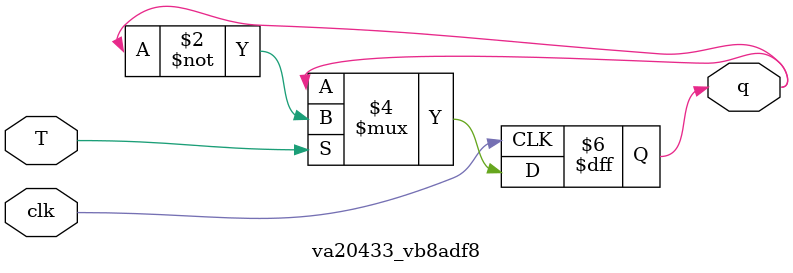
<source format=v>

`default_nettype none

module main #(
 parameter vb2b236 = 5999999,
 parameter v65278f = 1000
) (
 input ve7fa7d,
 input v3f3a2b,
 input vclk,
 output v1c7807,
 output v767756,
 output [0:6] vinit
);
 localparam p0 = v65278f;
 localparam p1 = vb2b236;
 wire [0:23] w2;
 wire w3;
 wire w4;
 wire w5;
 wire w6;
 wire w7;
 wire w8;
 wire w9;
 wire w10;
 wire w11;
 wire w12;
 wire w13;
 wire w14;
 assign w3 = v3f3a2b;
 assign w5 = ve7fa7d;
 assign v767756 = w7;
 assign v1c7807 = w11;
 assign w11 = v3f3a2b;
 assign w12 = vclk;
 assign w13 = vclk;
 assign w14 = vclk;
 assign w11 = w3;
 assign w13 = w12;
 assign w14 = w12;
 assign w14 = w13;
 v0e64bc #(
  .v207e0d(p0)
 ) vae384b (
  .v8337bc(w8),
  .v531e20(w12)
 );
 v7ebc90 vb8a25b (
  .v3ca442(w6),
  .vcbab45(w7),
  .v0e28cb(w8)
 );
 v9db9db vd7072c (
  .v594c44(w2),
  .ve37344(w9),
  .v6dda25(w13)
 );
 v4c802f #(
  .vc5c8ea(p1)
 ) vdb0ec7 (
  .v8513f7(w2)
 );
 ve9ceb2 v4f2155 (
  .v3ca442(w4),
  .v0e28cb(w5),
  .vcbab45(w6)
 );
 v7ebc90 v382147 (
  .v0e28cb(w3),
  .vcbab45(w4),
  .v3ca442(w10)
 );
 va20433 v6ba7e1 (
  .vf54559(w9),
  .ve8318d(w10),
  .va4102a(w14)
 );
 assign vinit = 7'b0000000;
endmodule

//---- Top entity
module v0e64bc #(
 parameter v207e0d = 1
) (
 input v531e20,
 output v8337bc
);
 localparam p2 = v207e0d;
 wire w0;
 wire w1;
 assign v8337bc = w0;
 assign w1 = v531e20;
 v0e64bc_v94c6d7 #(
  .HZ(p2)
 ) v94c6d7 (
  .clk_o(w0),
  .clk(w1)
 );
endmodule

//---------------------------------------------------
//-- Corazon_Hz
//-- - - - - - - - - - - - - - - - - - - - - - - - --
//-- Corazon genérico para bombear bits a la frecuencia fijada en Hz (por defecto 1Hz)
//---------------------------------------------------

module v0e64bc_v94c6d7 #(
 parameter HZ = 0
) (
 input clk,
 output clk_o
);
 
 //parameter HZ=1;
 
 //-- Constante para dividir y obtener una frecuencia de 1Hz
 localparam M = 12000000/HZ;
 
 //-- Calcular el numero de bits para almacenar M
 localparam N = $clog2(M);
 
 //-- Registro del divisor
 reg [N-1:0] divcounter;
 
 //-- Temporal clock
 reg clk_t = 0;
 
 //-- Se usa un contador modulo M/2 para luego
 //-- pasarlo por un biestable T y dividir la frecuencia
 //-- entre 2, para que el ciclo de trabajo sea del 50%
 always @(posedge clk)
     if (divcounter == M/2) begin
       clk_t <= 1;
       divcounter = 0;
     end 
     else begin
       divcounter <=  divcounter + 1;
       clk_t = 0;
     end 
   
 reg clk_o = 0;  
     
 //-- Biestable T para obtener ciclo de trabajo del 50%
 always @(posedge clk)
   if (clk_t)
     clk_o <= ~clk_o;
 
endmodule
//---- Top entity
module v7ebc90 (
 input v0e28cb,
 input v3ca442,
 output vcbab45
);
 wire w0;
 wire w1;
 wire w2;
 assign w0 = v0e28cb;
 assign w1 = v3ca442;
 assign vcbab45 = w2;
 v7ebc90_vf4938a vf4938a (
  .a(w0),
  .b(w1),
  .c(w2)
 );
endmodule

//---------------------------------------------------
//-- AND
//-- - - - - - - - - - - - - - - - - - - - - - - - --
//-- AND logic gate
//---------------------------------------------------

module v7ebc90_vf4938a (
 input a,
 input b,
 output c
);
 // AND logic gate
 
 assign c = a & b;
endmodule
//---- Top entity
module v9db9db (
 input v6dda25,
 input [23:0] v594c44,
 output [23:0] v44f1f1,
 output ve37344
);
 wire [0:23] w0;
 wire w1;
 wire [0:23] w2;
 wire [0:23] w3;
 wire w4;
 wire w5;
 assign w1 = v6dda25;
 assign v44f1f1 = w2;
 assign w3 = v594c44;
 assign ve37344 = w4;
 assign w2 = w0;
 assign w5 = w4;
 v97d607 v876063 (
  .v9e1c43(w0),
  .v6dda25(w1),
  .ve556f1(w5)
 );
 vd84ae0 v8c867b (
  .va89056(w0),
  .v06bdfb(w3),
  .v4642b6(w4)
 );
endmodule

//---------------------------------------------------
//-- syscounter-M-24bits
//-- - - - - - - - - - - - - - - - - - - - - - - - --
//-- syscounter-M-24-bits: 24-bits Module M Syscounter
//---------------------------------------------------
//---- Top entity
module v97d607 (
 input v6dda25,
 input ve556f1,
 output [23:0] v9e1c43,
 output ve37344
);
 wire w0;
 wire [0:23] w1;
 wire [0:23] w2;
 wire w3;
 wire [0:23] w4;
 wire w5;
 assign w0 = ve556f1;
 assign w3 = v6dda25;
 assign v9e1c43 = w4;
 assign ve37344 = w5;
 assign w4 = w1;
 v5495b5 v5e4c9c (
  .v782748(w0),
  .vb02eea(w1),
  .v15c6e6(w2),
  .v6dda25(w3)
 );
 v9c4559 v62e821 (
  .v005b83(w1),
  .v53d485(w2),
  .v4642b6(w5)
 );
endmodule

//---------------------------------------------------
//-- syscounter-rst-24bits
//-- - - - - - - - - - - - - - - - - - - - - - - - --
//-- 24-bits Syscounter with reset
//---------------------------------------------------
//---- Top entity
module v5495b5 (
 input v6dda25,
 input v782748,
 input [23:0] v15c6e6,
 output [23:0] vb02eea
);
 wire [0:23] w0;
 wire [0:23] w1;
 wire [0:7] w2;
 wire [0:7] w3;
 wire [0:7] w4;
 wire [0:7] w5;
 wire [0:7] w6;
 wire [0:7] w7;
 wire w8;
 wire w9;
 wire w10;
 wire w11;
 wire w12;
 wire w13;
 assign vb02eea = w0;
 assign w1 = v15c6e6;
 assign w8 = v6dda25;
 assign w9 = v6dda25;
 assign w10 = v6dda25;
 assign w11 = v782748;
 assign w12 = v782748;
 assign w13 = v782748;
 assign w9 = w8;
 assign w10 = w8;
 assign w10 = w9;
 assign w12 = w11;
 assign w13 = w11;
 assign w13 = w12;
 v6fef69 vad6f1d (
  .v9804b7(w1),
  .va2a3a1(w5),
  .v243fb2(w6),
  .vd83cb2(w7)
 );
 v33e50d vba7365 (
  .v6d326e(w0),
  .v77c6e9(w2),
  .vf7d213(w3),
  .vba04ee(w4)
 );
 vcf4344 v13ddeb (
  .vc1f0d2(w2),
  .vd85d4e(w5),
  .v6dda25(w10),
  .v782748(w13)
 );
 vcf4344 v08e1bd (
  .vc1f0d2(w3),
  .vd85d4e(w6),
  .v6dda25(w9),
  .v782748(w12)
 );
 vcf4344 v5c3b0f (
  .vc1f0d2(w4),
  .vd85d4e(w7),
  .v6dda25(w8),
  .v782748(w11)
 );
endmodule

//---------------------------------------------------
//-- DFF-rst-x24
//-- - - - - - - - - - - - - - - - - - - - - - - - --
//-- DFF-rst-x24: 24 D flip-flops in paralell with reset
//---------------------------------------------------
//---- Top entity
module v6fef69 (
 input [23:0] v9804b7,
 output [7:0] vd83cb2,
 output [7:0] v243fb2,
 output [7:0] va2a3a1
);
 wire [0:7] w0;
 wire [0:7] w1;
 wire [0:7] w2;
 wire [0:23] w3;
 assign v243fb2 = w0;
 assign vd83cb2 = w1;
 assign va2a3a1 = w2;
 assign w3 = v9804b7;
 v6fef69_v9a2a06 v9a2a06 (
  .o1(w0),
  .o2(w1),
  .o0(w2),
  .i(w3)
 );
endmodule

//---------------------------------------------------
//-- Bus24-Split-one-third
//-- - - - - - - - - - - - - - - - - - - - - - - - --
//-- Bus24-Split-one-third: Split the 24-bits bus into three buses of  the same size
//---------------------------------------------------

module v6fef69_v9a2a06 (
 input [23:0] i,
 output [7:0] o2,
 output [7:0] o1,
 output [7:0] o0
);
 assign o2 = i[23:16];
 assign o1 = i[15:8];
 assign o0 = i[7:0];
endmodule
//---- Top entity
module v33e50d (
 input [7:0] vba04ee,
 input [7:0] vf7d213,
 input [7:0] v77c6e9,
 output [23:0] v6d326e
);
 wire [0:23] w0;
 wire [0:7] w1;
 wire [0:7] w2;
 wire [0:7] w3;
 assign v6d326e = w0;
 assign w1 = vf7d213;
 assign w2 = v77c6e9;
 assign w3 = vba04ee;
 v33e50d_v9a2a06 v9a2a06 (
  .o(w0),
  .i1(w1),
  .i0(w2),
  .i2(w3)
 );
endmodule

//---------------------------------------------------
//-- Bus24-Join-one-third
//-- - - - - - - - - - - - - - - - - - - - - - - - --
//-- Bus24-Join-one-third: Join the three buses into an 24-bits Bus
//---------------------------------------------------

module v33e50d_v9a2a06 (
 input [7:0] i2,
 input [7:0] i1,
 input [7:0] i0,
 output [23:0] o
);
 assign o = {i2, i1, i0};
 
endmodule
//---- Top entity
module vcf4344 (
 input v6dda25,
 input v782748,
 input [7:0] vd85d4e,
 output [7:0] vc1f0d2
);
 wire [0:3] w0;
 wire [0:3] w1;
 wire [0:7] w2;
 wire [0:7] w3;
 wire [0:3] w4;
 wire [0:3] w5;
 wire w6;
 wire w7;
 wire w8;
 wire w9;
 assign w2 = vd85d4e;
 assign vc1f0d2 = w3;
 assign w6 = v6dda25;
 assign w7 = v6dda25;
 assign w8 = v782748;
 assign w9 = v782748;
 assign w7 = w6;
 assign w9 = w8;
 v5c75f6 vbdef88 (
  .v50034e(w0),
  .v4de61b(w1),
  .v6dda25(w7),
  .v782748(w9)
 );
 v6bdcd9 vc95779 (
  .v2cc41f(w1),
  .vcc8c7c(w2),
  .v651522(w4)
 );
 vafb28f v618315 (
  .v3c88fc(w0),
  .va9ac17(w3),
  .v515fe7(w5)
 );
 v5c75f6 v6188f9 (
  .v4de61b(w4),
  .v50034e(w5),
  .v6dda25(w6),
  .v782748(w8)
 );
endmodule

//---------------------------------------------------
//-- DFF-rst-x08
//-- - - - - - - - - - - - - - - - - - - - - - - - --
//-- DFF-rst-x08: Eight D flip-flops in paralell with reset
//---------------------------------------------------
//---- Top entity
module v5c75f6 (
 input v6dda25,
 input v782748,
 input [3:0] v4de61b,
 output [3:0] v50034e
);
 wire w0;
 wire w1;
 wire w2;
 wire w3;
 wire w4;
 wire w5;
 wire [0:3] w6;
 wire [0:3] w7;
 wire w8;
 wire w9;
 wire w10;
 wire w11;
 wire w12;
 wire w13;
 wire w14;
 wire w15;
 wire w16;
 wire w17;
 assign w6 = v4de61b;
 assign v50034e = w7;
 assign w10 = v6dda25;
 assign w11 = v6dda25;
 assign w12 = v6dda25;
 assign w13 = v6dda25;
 assign w14 = v782748;
 assign w15 = v782748;
 assign w16 = v782748;
 assign w17 = v782748;
 assign w11 = w10;
 assign w12 = w10;
 assign w12 = w11;
 assign w13 = w10;
 assign w13 = w11;
 assign w13 = w12;
 assign w15 = w14;
 assign w16 = w14;
 assign w16 = w15;
 assign w17 = w14;
 assign w17 = w15;
 assign w17 = w16;
 vc4f23a v4b1225 (
  .v3f8943(w2),
  .v64d863(w3),
  .vda577d(w4),
  .v985fcb(w6),
  .v4f1fd3(w8)
 );
 v84f0a1 v6491fd (
  .v03aaf0(w0),
  .vee8a83(w1),
  .vf8041d(w5),
  .v11bca5(w7),
  .vd84a57(w9)
 );
 v2be0f8 v10a04f (
  .v4642b6(w0),
  .vf354ee(w3),
  .vd53b77(w13),
  .v27dec4(w17)
 );
 v2be0f8 v7d9648 (
  .v4642b6(w1),
  .vf354ee(w2),
  .vd53b77(w12),
  .v27dec4(w16)
 );
 v2be0f8 v004b14 (
  .vf354ee(w4),
  .v4642b6(w5),
  .vd53b77(w11),
  .v27dec4(w15)
 );
 v2be0f8 v8aa818 (
  .vf354ee(w8),
  .v4642b6(w9),
  .vd53b77(w10),
  .v27dec4(w14)
 );
endmodule

//---------------------------------------------------
//-- DFF-rst-x04
//-- - - - - - - - - - - - - - - - - - - - - - - - --
//-- DFF-rst-x04: Three D flip-flops in paralell with reset
//---------------------------------------------------
//---- Top entity
module vc4f23a (
 input [3:0] v985fcb,
 output v4f1fd3,
 output vda577d,
 output v3f8943,
 output v64d863
);
 wire w0;
 wire w1;
 wire w2;
 wire w3;
 wire [0:3] w4;
 assign v3f8943 = w0;
 assign v64d863 = w1;
 assign vda577d = w2;
 assign v4f1fd3 = w3;
 assign w4 = v985fcb;
 vc4f23a_v9a2a06 v9a2a06 (
  .o1(w0),
  .o0(w1),
  .o2(w2),
  .o3(w3),
  .i(w4)
 );
endmodule

//---------------------------------------------------
//-- Bus4-Split-all
//-- - - - - - - - - - - - - - - - - - - - - - - - --
//-- Bus4-Split-all: Split the 4-bits bus into its wires
//---------------------------------------------------

module vc4f23a_v9a2a06 (
 input [3:0] i,
 output o3,
 output o2,
 output o1,
 output o0
);
 assign o3 = i[3];
 assign o2 = i[2];
 assign o1 = i[1];
 assign o0 = i[0];
endmodule
//---- Top entity
module v84f0a1 (
 input vd84a57,
 input vf8041d,
 input vee8a83,
 input v03aaf0,
 output [3:0] v11bca5
);
 wire w0;
 wire w1;
 wire w2;
 wire w3;
 wire [0:3] w4;
 assign w0 = vee8a83;
 assign w1 = v03aaf0;
 assign w2 = vf8041d;
 assign w3 = vd84a57;
 assign v11bca5 = w4;
 v84f0a1_v9a2a06 v9a2a06 (
  .i1(w0),
  .i0(w1),
  .i2(w2),
  .i3(w3),
  .o(w4)
 );
endmodule

//---------------------------------------------------
//-- Bus4-Join-all
//-- - - - - - - - - - - - - - - - - - - - - - - - --
//-- Bus4-Join-all: Join all the wires into a 4-bits Bus
//---------------------------------------------------

module v84f0a1_v9a2a06 (
 input i3,
 input i2,
 input i1,
 input i0,
 output [3:0] o
);
 assign o = {i3, i2, i1, i0};
 
endmodule
//---- Top entity
module v2be0f8 #(
 parameter vbd3217 = 0
) (
 input vd53b77,
 input v27dec4,
 input vf354ee,
 output v4642b6
);
 localparam p5 = vbd3217;
 wire w0;
 wire w1;
 wire w2;
 wire w3;
 wire w4;
 wire w6;
 assign w2 = v27dec4;
 assign w3 = vf354ee;
 assign v4642b6 = w4;
 assign w6 = vd53b77;
 v3676a0 v7539bf (
  .vcbab45(w1),
  .v0e28cb(w2)
 );
 vba518e vfe8158 (
  .vcbab45(w0),
  .v0e28cb(w1),
  .v3ca442(w3)
 );
 v053dc2 #(
  .v71e305(p5)
 ) vd104a4 (
  .vf54559(w0),
  .ve8318d(w4),
  .va4102a(w6)
 );
endmodule

//---------------------------------------------------
//-- DFF-rst-x01
//-- - - - - - - - - - - - - - - - - - - - - - - - --
//-- DFF-rst-x01: D Flip flop with reset input. When rst=1, the DFF is 0
//---------------------------------------------------
//---- Top entity
module v3676a0 (
 input v0e28cb,
 output vcbab45
);
 wire w0;
 wire w1;
 assign w0 = v0e28cb;
 assign vcbab45 = w1;
 v3676a0_vd54ca1 vd54ca1 (
  .a(w0),
  .q(w1)
 );
endmodule

//---------------------------------------------------
//-- NOT
//-- - - - - - - - - - - - - - - - - - - - - - - - --
//-- NOT gate (Verilog implementation)
//---------------------------------------------------

module v3676a0_vd54ca1 (
 input a,
 output q
);
 //-- NOT Gate
 assign q = ~a;
 
 
endmodule
//---- Top entity
module vba518e (
 input v0e28cb,
 input v3ca442,
 output vcbab45
);
 wire w0;
 wire w1;
 wire w2;
 assign w0 = v0e28cb;
 assign w1 = v3ca442;
 assign vcbab45 = w2;
 vba518e_vf4938a vf4938a (
  .a(w0),
  .b(w1),
  .c(w2)
 );
endmodule

//---------------------------------------------------
//-- AND2
//-- - - - - - - - - - - - - - - - - - - - - - - - --
//-- Two bits input And gate
//---------------------------------------------------

module vba518e_vf4938a (
 input a,
 input b,
 output c
);
 //-- AND gate
 //-- Verilog implementation
 
 assign c = a & b;
 
endmodule
//---- Top entity
module v053dc2 #(
 parameter v71e305 = 0
) (
 input va4102a,
 input vf54559,
 output ve8318d
);
 localparam p2 = v71e305;
 wire w0;
 wire w1;
 wire w3;
 assign w0 = va4102a;
 assign ve8318d = w1;
 assign w3 = vf54559;
 v053dc2_vb8adf8 #(
  .INI(p2)
 ) vb8adf8 (
  .clk(w0),
  .q(w1),
  .d(w3)
 );
endmodule

//---------------------------------------------------
//-- DFF
//-- - - - - - - - - - - - - - - - - - - - - - - - --
//-- D Flip-flop (verilog implementation)
//---------------------------------------------------

module v053dc2_vb8adf8 #(
 parameter INI = 0
) (
 input clk,
 input d,
 output q
);
 //-- Initial value
 reg q = INI;
 
 //-- Capture the input data  
 //-- on the rising edge of  
 //-- the system clock
 always @(posedge clk)
   q <= d;
endmodule
//---- Top entity
module v6bdcd9 (
 input [7:0] vcc8c7c,
 output [3:0] v651522,
 output [3:0] v2cc41f
);
 wire [0:3] w0;
 wire [0:3] w1;
 wire [0:7] w2;
 assign v651522 = w0;
 assign v2cc41f = w1;
 assign w2 = vcc8c7c;
 v6bdcd9_v9a2a06 v9a2a06 (
  .o1(w0),
  .o0(w1),
  .i(w2)
 );
endmodule

//---------------------------------------------------
//-- Bus8-Split-half
//-- - - - - - - - - - - - - - - - - - - - - - - - --
//-- Bus8-Split-half: Split the 8-bits bus into two buses of the same size
//---------------------------------------------------

module v6bdcd9_v9a2a06 (
 input [7:0] i,
 output [3:0] o1,
 output [3:0] o0
);
 assign o1 = i[7:4];
 assign o0 = i[3:0];
endmodule
//---- Top entity
module vafb28f (
 input [3:0] v515fe7,
 input [3:0] v3c88fc,
 output [7:0] va9ac17
);
 wire [0:7] w0;
 wire [0:3] w1;
 wire [0:3] w2;
 assign va9ac17 = w0;
 assign w1 = v515fe7;
 assign w2 = v3c88fc;
 vafb28f_v9a2a06 v9a2a06 (
  .o(w0),
  .i1(w1),
  .i0(w2)
 );
endmodule

//---------------------------------------------------
//-- Bus8-Join-half
//-- - - - - - - - - - - - - - - - - - - - - - - - --
//-- Bus8-Join-half: Join the two same halves into an 8-bits Bus
//---------------------------------------------------

module vafb28f_v9a2a06 (
 input [3:0] i1,
 input [3:0] i0,
 output [7:0] o
);
 assign o = {i1, i0};
 
endmodule
//---- Top entity
module v9c4559 #(
 parameter v6c5139 = 1
) (
 input [23:0] v005b83,
 output v4642b6,
 output [23:0] v53d485
);
 localparam p1 = v6c5139;
 wire w0;
 wire [0:23] w2;
 wire [0:23] w3;
 assign v4642b6 = w0;
 assign w2 = v005b83;
 assign v53d485 = w3;
 v44c099 #(
  .vd73390(p1)
 ) v8c0045 (
  .v4642b6(w0),
  .vd90f46(w2),
  .v8826c0(w3)
 );
endmodule

//---------------------------------------------------
//-- Inc1-24bits
//-- - - - - - - - - - - - - - - - - - - - - - - - --
//-- Inc1-24bit: Increment a 24-bits number by one
//---------------------------------------------------
//---- Top entity
module v44c099 #(
 parameter vd73390 = 0
) (
 input [23:0] vd90f46,
 output v4642b6,
 output [23:0] v8826c0
);
 localparam p1 = vd73390;
 wire w0;
 wire [0:23] w2;
 wire [0:23] w3;
 wire [0:23] w4;
 assign v4642b6 = w0;
 assign v8826c0 = w2;
 assign w3 = vd90f46;
 v4c802f #(
  .vc5c8ea(p1)
 ) ve78914 (
  .v8513f7(w4)
 );
 v91404d v19ed8b (
  .v4642b6(w0),
  .vb5c06c(w2),
  .v7959e8(w3),
  .vb5a2f2(w4)
 );
endmodule

//---------------------------------------------------
//-- AdderK-24bits
//-- - - - - - - - - - - - - - - - - - - - - - - - --
//-- AdderK-24bit: Adder of 24-bit operand and 24-bit constant
//---------------------------------------------------
//---- Top entity
module v4c802f #(
 parameter vc5c8ea = 0
) (
 output [23:0] v8513f7
);
 localparam p0 = vc5c8ea;
 wire [0:23] w1;
 assign v8513f7 = w1;
 v4c802f_v465065 #(
  .VALUE(p0)
 ) v465065 (
  .k(w1)
 );
endmodule

//---------------------------------------------------
//-- 24-bits-gen-constant
//-- - - - - - - - - - - - - - - - - - - - - - - - --
//-- Generic: 24-bits generic constant
//---------------------------------------------------

module v4c802f_v465065 #(
 parameter VALUE = 0
) (
 output [23:0] k
);
 assign k = VALUE;
endmodule
//---- Top entity
module v91404d (
 input [23:0] vb5a2f2,
 input [23:0] v7959e8,
 output v4642b6,
 output [23:0] vb5c06c
);
 wire w0;
 wire [0:7] w1;
 wire [0:7] w2;
 wire w3;
 wire w4;
 wire [0:15] w5;
 wire [0:23] w6;
 wire [0:15] w7;
 wire [0:23] w8;
 wire [0:15] w9;
 wire [0:7] w10;
 wire [0:23] w11;
 wire [0:7] w12;
 wire [0:7] w13;
 wire [0:7] w14;
 wire [0:7] w15;
 wire [0:7] w16;
 wire [0:7] w17;
 assign v4642b6 = w4;
 assign w6 = v7959e8;
 assign w8 = vb5a2f2;
 assign vb5c06c = w11;
 vcb23aa v8e0bba (
  .v4642b6(w0),
  .v62bf25(w2),
  .v39966a(w16),
  .veb2f59(w17)
 );
 vc3c498 v917bbf (
  .vb9cfc3(w0),
  .veeaa8e(w1),
  .v4642b6(w3),
  .v45c6ee(w14),
  .v20212e(w15)
 );
 v8cc49c v03c3e3 (
  .vb334ae(w1),
  .v2b8a97(w2),
  .v14a530(w5)
 );
 vab13f0 v43653c (
  .vb18564(w6),
  .vf0a06e(w7),
  .v5246f6(w17)
 );
 v306ca3 v177126 (
  .v91b9c1(w7),
  .vef5eee(w13),
  .vd3ef3b(w15)
 );
 vab13f0 vf15711 (
  .vb18564(w8),
  .vf0a06e(w9),
  .v5246f6(w16)
 );
 v306ca3 vf9ed57 (
  .v91b9c1(w9),
  .vef5eee(w12),
  .vd3ef3b(w14)
 );
 vc3c498 vf0db78 (
  .vb9cfc3(w3),
  .v4642b6(w4),
  .veeaa8e(w10),
  .v45c6ee(w12),
  .v20212e(w13)
 );
 va52e3b v67022b (
  .vbf8961(w5),
  .vf7d213(w10),
  .v6d326e(w11)
 );
endmodule

//---------------------------------------------------
//-- Adder-24bits
//-- - - - - - - - - - - - - - - - - - - - - - - - --
//-- Adder-24bits: Adder of two operands of 24 bits
//---------------------------------------------------
//---- Top entity
module vcb23aa (
 input [7:0] v39966a,
 input [7:0] veb2f59,
 output v4642b6,
 output [7:0] v62bf25
);
 wire [0:7] w0;
 wire [0:7] w1;
 wire [0:3] w2;
 wire [0:3] w3;
 wire [0:7] w4;
 wire w5;
 wire w6;
 wire [0:3] w7;
 wire [0:3] w8;
 wire [0:3] w9;
 wire [0:3] w10;
 assign w0 = veb2f59;
 assign w1 = v39966a;
 assign v62bf25 = w4;
 assign v4642b6 = w5;
 v6bdcd9 vd88c66 (
  .vcc8c7c(w0),
  .v651522(w9),
  .v2cc41f(w10)
 );
 v6bdcd9 v26a0bb (
  .vcc8c7c(w1),
  .v651522(w7),
  .v2cc41f(w8)
 );
 v25966b v9ea427 (
  .v817794(w3),
  .v4642b6(w6),
  .v0550b6(w8),
  .v24708e(w10)
 );
 vafb28f vc75346 (
  .v515fe7(w2),
  .v3c88fc(w3),
  .va9ac17(w4)
 );
 va1ce30 v40c17f (
  .v817794(w2),
  .v4642b6(w5),
  .vb9cfc3(w6),
  .v0550b6(w7),
  .v24708e(w9)
 );
endmodule

//---------------------------------------------------
//-- Adder-8bits
//-- - - - - - - - - - - - - - - - - - - - - - - - --
//-- Adder-8bits: Adder of two operands of 8 bits
//---------------------------------------------------
//---- Top entity
module v25966b (
 input [3:0] v0550b6,
 input [3:0] v24708e,
 output v4642b6,
 output [3:0] v817794
);
 wire w0;
 wire w1;
 wire w2;
 wire w3;
 wire w4;
 wire [0:3] w5;
 wire [0:3] w6;
 wire [0:3] w7;
 wire w8;
 wire w9;
 wire w10;
 wire w11;
 wire w12;
 wire w13;
 wire w14;
 wire w15;
 wire w16;
 wire w17;
 wire w18;
 assign w5 = v24708e;
 assign w6 = v0550b6;
 assign v817794 = w7;
 assign v4642b6 = w9;
 v1ea21d vdbe125 (
  .v4642b6(w0),
  .v8e8a67(w2),
  .v27dec4(w15),
  .v82de4f(w18)
 );
 vad119b vb8ad86 (
  .v0ef266(w0),
  .v8e8a67(w1),
  .v4642b6(w3),
  .v27dec4(w14),
  .v82de4f(w17)
 );
 vad119b v5d29b2 (
  .v0ef266(w3),
  .v8e8a67(w4),
  .v4642b6(w8),
  .v27dec4(w12),
  .v82de4f(w16)
 );
 vc4f23a vf4a6ff (
  .v985fcb(w5),
  .v4f1fd3(w13),
  .vda577d(w16),
  .v3f8943(w17),
  .v64d863(w18)
 );
 vc4f23a v9d4632 (
  .v985fcb(w6),
  .v4f1fd3(w11),
  .vda577d(w12),
  .v3f8943(w14),
  .v64d863(w15)
 );
 v84f0a1 v140dbf (
  .vee8a83(w1),
  .v03aaf0(w2),
  .vf8041d(w4),
  .v11bca5(w7),
  .vd84a57(w10)
 );
 vad119b v5c5937 (
  .v0ef266(w8),
  .v4642b6(w9),
  .v8e8a67(w10),
  .v27dec4(w11),
  .v82de4f(w13)
 );
endmodule

//---------------------------------------------------
//-- Adder-4bits
//-- - - - - - - - - - - - - - - - - - - - - - - - --
//-- Adder-4bits: Adder of two operands of 4 bits
//---------------------------------------------------
//---- Top entity
module v1ea21d (
 input v27dec4,
 input v82de4f,
 output v4642b6,
 output v8e8a67
);
 wire w0;
 wire w1;
 wire w2;
 wire w3;
 wire w4;
 assign w0 = v82de4f;
 assign w1 = v27dec4;
 assign v4642b6 = w3;
 assign v8e8a67 = w4;
 vad119b vb820a1 (
  .v82de4f(w0),
  .v27dec4(w1),
  .v0ef266(w2),
  .v4642b6(w3),
  .v8e8a67(w4)
 );
 vd30ca9 v23ebb6 (
  .v9fb85f(w2)
 );
endmodule

//---------------------------------------------------
//-- Adder-1bit
//-- - - - - - - - - - - - - - - - - - - - - - - - --
//-- Adder-1bit: Adder of two operands of 1 bit
//---------------------------------------------------
//---- Top entity
module vad119b (
 input v27dec4,
 input v82de4f,
 input v0ef266,
 output v4642b6,
 output v8e8a67
);
 wire w0;
 wire w1;
 wire w2;
 wire w3;
 wire w4;
 wire w5;
 wire w6;
 wire w7;
 wire w8;
 wire w9;
 wire w10;
 wire w11;
 assign v8e8a67 = w1;
 assign v4642b6 = w5;
 assign w6 = v27dec4;
 assign w7 = v27dec4;
 assign w8 = v82de4f;
 assign w9 = v82de4f;
 assign w10 = v0ef266;
 assign w11 = v0ef266;
 assign w2 = w0;
 assign w7 = w6;
 assign w9 = w8;
 assign w11 = w10;
 vd12401 v2e3d9f (
  .vcbab45(w0),
  .v0e28cb(w7),
  .v3ca442(w9)
 );
 vd12401 vb50462 (
  .v0e28cb(w0),
  .vcbab45(w1),
  .v3ca442(w11)
 );
 vba518e v4882f4 (
  .v3ca442(w2),
  .vcbab45(w3),
  .v0e28cb(w10)
 );
 vba518e v8fcf41 (
  .vcbab45(w4),
  .v0e28cb(w6),
  .v3ca442(w8)
 );
 v873425 vc5b8b9 (
  .v3ca442(w3),
  .v0e28cb(w4),
  .vcbab45(w5)
 );
endmodule

//---------------------------------------------------
//-- AdderC-1bit
//-- - - - - - - - - - - - - - - - - - - - - - - - --
//-- AdderC-1bit: Adder of two operands of 1 bit plus the carry in
//---------------------------------------------------
//---- Top entity
module vd12401 (
 input v0e28cb,
 input v3ca442,
 output vcbab45
);
 wire w0;
 wire w1;
 wire w2;
 assign w0 = v0e28cb;
 assign w1 = v3ca442;
 assign vcbab45 = w2;
 vd12401_vf4938a vf4938a (
  .a(w0),
  .b(w1),
  .c(w2)
 );
endmodule

//---------------------------------------------------
//-- XOR2
//-- - - - - - - - - - - - - - - - - - - - - - - - --
//-- XOR gate: two bits input xor gate
//---------------------------------------------------

module vd12401_vf4938a (
 input a,
 input b,
 output c
);
 //-- XOR gate
 //-- Verilog implementation
 
 assign c = a ^ b;
 
endmodule
//---- Top entity
module v873425 (
 input v0e28cb,
 input v3ca442,
 output vcbab45
);
 wire w0;
 wire w1;
 wire w2;
 assign w0 = v0e28cb;
 assign w1 = v3ca442;
 assign vcbab45 = w2;
 v873425_vf4938a vf4938a (
  .a(w0),
  .b(w1),
  .c(w2)
 );
endmodule

//---------------------------------------------------
//-- OR2
//-- - - - - - - - - - - - - - - - - - - - - - - - --
//-- OR2: Two bits input OR gate
//---------------------------------------------------

module v873425_vf4938a (
 input a,
 input b,
 output c
);
 //-- OR Gate
 //-- Verilog implementation
 
 assign c = a | b;
 
 
endmodule
//---- Top entity
module vd30ca9 (
 output v9fb85f
);
 wire w0;
 assign v9fb85f = w0;
 vd30ca9_vb2eccd vb2eccd (
  .q(w0)
 );
endmodule

//---------------------------------------------------
//-- bit-0
//-- - - - - - - - - - - - - - - - - - - - - - - - --
//-- Constant bit 0
//---------------------------------------------------

module vd30ca9_vb2eccd (
 output q
);
 //-- Constant bit-0
 assign q = 1'b0;
 
 
endmodule
//---- Top entity
module va1ce30 (
 input [3:0] v0550b6,
 input [3:0] v24708e,
 input vb9cfc3,
 output v4642b6,
 output [3:0] v817794
);
 wire w0;
 wire w1;
 wire w2;
 wire w3;
 wire w4;
 wire [0:3] w5;
 wire [0:3] w6;
 wire [0:3] w7;
 wire w8;
 wire w9;
 wire w10;
 wire w11;
 wire w12;
 wire w13;
 wire w14;
 wire w15;
 wire w16;
 wire w17;
 wire w18;
 wire w19;
 assign w5 = v24708e;
 assign w6 = v0550b6;
 assign v817794 = w7;
 assign v4642b6 = w9;
 assign w11 = vb9cfc3;
 vad119b vb8ad86 (
  .v0ef266(w0),
  .v8e8a67(w1),
  .v4642b6(w3),
  .v27dec4(w15),
  .v82de4f(w18)
 );
 vad119b v5d29b2 (
  .v0ef266(w3),
  .v8e8a67(w4),
  .v4642b6(w8),
  .v27dec4(w13),
  .v82de4f(w17)
 );
 vc4f23a vf4a6ff (
  .v985fcb(w5),
  .v4f1fd3(w14),
  .vda577d(w17),
  .v3f8943(w18),
  .v64d863(w19)
 );
 vc4f23a v9d4632 (
  .v985fcb(w6),
  .v4f1fd3(w12),
  .vda577d(w13),
  .v3f8943(w15),
  .v64d863(w16)
 );
 v84f0a1 v140dbf (
  .vee8a83(w1),
  .v03aaf0(w2),
  .vf8041d(w4),
  .v11bca5(w7),
  .vd84a57(w10)
 );
 vad119b v5c5937 (
  .v0ef266(w8),
  .v4642b6(w9),
  .v8e8a67(w10),
  .v27dec4(w12),
  .v82de4f(w14)
 );
 vad119b v3599be (
  .v4642b6(w0),
  .v8e8a67(w2),
  .v0ef266(w11),
  .v27dec4(w16),
  .v82de4f(w19)
 );
endmodule

//---------------------------------------------------
//-- AdderC-4bits
//-- - - - - - - - - - - - - - - - - - - - - - - - --
//-- AdderC-4bits: Adder of two operands of 4 bits and Carry in
//---------------------------------------------------
//---- Top entity
module vc3c498 (
 input [7:0] v45c6ee,
 input [7:0] v20212e,
 input vb9cfc3,
 output v4642b6,
 output [7:0] veeaa8e
);
 wire w0;
 wire w1;
 wire [0:7] w2;
 wire [0:7] w3;
 wire [0:7] w4;
 wire [0:3] w5;
 wire [0:3] w6;
 wire w7;
 wire [0:3] w8;
 wire [0:3] w9;
 wire [0:3] w10;
 wire [0:3] w11;
 assign w1 = vb9cfc3;
 assign w2 = v45c6ee;
 assign w3 = v20212e;
 assign veeaa8e = w4;
 assign v4642b6 = w7;
 v6bdcd9 v8d795a (
  .vcc8c7c(w3),
  .v651522(w10),
  .v2cc41f(w11)
 );
 v6bdcd9 v23dbc5 (
  .vcc8c7c(w2),
  .v651522(w8),
  .v2cc41f(w9)
 );
 vafb28f vef3a58 (
  .va9ac17(w4),
  .v3c88fc(w5),
  .v515fe7(w6)
 );
 va1ce30 v0ff71a (
  .v4642b6(w0),
  .vb9cfc3(w1),
  .v817794(w5),
  .v0550b6(w9),
  .v24708e(w11)
 );
 va1ce30 v12f94f (
  .vb9cfc3(w0),
  .v817794(w6),
  .v4642b6(w7),
  .v0550b6(w8),
  .v24708e(w10)
 );
endmodule

//---------------------------------------------------
//-- AdderC-8bits
//-- - - - - - - - - - - - - - - - - - - - - - - - --
//-- AdderC-8bits: Adder of two operands of 8 bits and Carry in
//---------------------------------------------------
//---- Top entity
module v8cc49c (
 input [7:0] vb334ae,
 input [7:0] v2b8a97,
 output [15:0] v14a530
);
 wire [0:15] w0;
 wire [0:7] w1;
 wire [0:7] w2;
 assign v14a530 = w0;
 assign w1 = v2b8a97;
 assign w2 = vb334ae;
 v8cc49c_v9a2a06 v9a2a06 (
  .o(w0),
  .i0(w1),
  .i1(w2)
 );
endmodule

//---------------------------------------------------
//-- Bus16-Join-half
//-- - - - - - - - - - - - - - - - - - - - - - - - --
//-- Bus16-Join-half: Join the two same halves into an 16-bits Bus
//---------------------------------------------------

module v8cc49c_v9a2a06 (
 input [7:0] i1,
 input [7:0] i0,
 output [15:0] o
);
 assign o = {i1, i0};
 
endmodule
//---- Top entity
module vab13f0 (
 input [23:0] vb18564,
 output [15:0] vf0a06e,
 output [7:0] v5246f6
);
 wire [0:23] w0;
 wire [0:15] w1;
 wire [0:7] w2;
 assign w0 = vb18564;
 assign vf0a06e = w1;
 assign v5246f6 = w2;
 vab13f0_v9a2a06 v9a2a06 (
  .i(w0),
  .o1(w1),
  .o0(w2)
 );
endmodule

//---------------------------------------------------
//-- Bus24-Split-16-8
//-- - - - - - - - - - - - - - - - - - - - - - - - --
//-- Bus24-Split-16-8: Split the 24-bits bus into two buses of 16 and 8 wires
//---------------------------------------------------

module vab13f0_v9a2a06 (
 input [23:0] i,
 output [15:0] o1,
 output [7:0] o0
);
 assign o1 = i[23:8];
 assign o0 = i[7:0];
endmodule
//---- Top entity
module v306ca3 (
 input [15:0] v91b9c1,
 output [7:0] vef5eee,
 output [7:0] vd3ef3b
);
 wire [0:15] w0;
 wire [0:7] w1;
 wire [0:7] w2;
 assign w0 = v91b9c1;
 assign vef5eee = w1;
 assign vd3ef3b = w2;
 v306ca3_v9a2a06 v9a2a06 (
  .i(w0),
  .o1(w1),
  .o0(w2)
 );
endmodule

//---------------------------------------------------
//-- Bus16-Split-half
//-- - - - - - - - - - - - - - - - - - - - - - - - --
//-- Bus16-Split-half: Split the 16-bits bus into two buses of the same size
//---------------------------------------------------

module v306ca3_v9a2a06 (
 input [15:0] i,
 output [7:0] o1,
 output [7:0] o0
);
 assign o1 = i[15:8];
 assign o0 = i[7:0];
endmodule
//---- Top entity
module va52e3b (
 input [7:0] vf7d213,
 input [15:0] vbf8961,
 output [23:0] v6d326e
);
 wire [0:15] w0;
 wire [0:23] w1;
 wire [0:7] w2;
 assign w0 = vbf8961;
 assign v6d326e = w1;
 assign w2 = vf7d213;
 va52e3b_v9a2a06 v9a2a06 (
  .i0(w0),
  .o(w1),
  .i1(w2)
 );
endmodule

//---------------------------------------------------
//-- Bus24-Join-8-16 CLONE
//-- - - - - - - - - - - - - - - - - - - - - - - - --
//-- Bus24-Join-8-16: Join the two buses into an 24-bits Bus
//---------------------------------------------------

module va52e3b_v9a2a06 (
 input [7:0] i1,
 input [15:0] i0,
 output [23:0] o
);
 assign o = {i1, i0};
 
endmodule
//---- Top entity
module vd84ae0 (
 input [23:0] v06bdfb,
 input [23:0] va89056,
 output v4642b6
);
 wire w0;
 wire w1;
 wire w2;
 wire w3;
 wire [0:23] w4;
 wire [0:23] w5;
 wire [0:7] w6;
 wire [0:7] w7;
 wire [0:7] w8;
 wire [0:7] w9;
 wire [0:7] w10;
 wire [0:7] w11;
 assign v4642b6 = w0;
 assign w4 = v06bdfb;
 assign w5 = va89056;
 vb2762a vb6832a (
  .v4642b6(w1),
  .v715730(w8),
  .vf191e6(w11)
 );
 vb2762a v302658 (
  .v4642b6(w2),
  .v715730(w7),
  .vf191e6(w10)
 );
 vae245c v9196c7 (
  .vcbab45(w0),
  .v3ca442(w1),
  .v0e28cb(w2),
  .v033bf6(w3)
 );
 v6fef69 vb1e577 (
  .v9804b7(w5),
  .vd83cb2(w9),
  .v243fb2(w10),
  .va2a3a1(w11)
 );
 v6fef69 v62b64f (
  .v9804b7(w4),
  .vd83cb2(w6),
  .v243fb2(w7),
  .va2a3a1(w8)
 );
 vb2762a v9a65c6 (
  .v4642b6(w3),
  .v715730(w6),
  .vf191e6(w9)
 );
endmodule

//---------------------------------------------------
//-- comp2-24bits
//-- - - - - - - - - - - - - - - - - - - - - - - - --
//-- Comp2-24bit: Comparator of two 24-bit numbers
//---------------------------------------------------
//---- Top entity
module vb2762a (
 input [7:0] v715730,
 input [7:0] vf191e6,
 output v4642b6
);
 wire w0;
 wire w1;
 wire w2;
 wire [0:7] w3;
 wire [0:7] w4;
 wire [0:3] w5;
 wire [0:3] w6;
 wire [0:3] w7;
 wire [0:3] w8;
 assign v4642b6 = w0;
 assign w3 = v715730;
 assign w4 = vf191e6;
 v438230 v577a36 (
  .v4642b6(w2),
  .v693354(w6),
  .v5369cd(w8)
 );
 vba518e v707c6e (
  .vcbab45(w0),
  .v0e28cb(w1),
  .v3ca442(w2)
 );
 v6bdcd9 v921a9f (
  .vcc8c7c(w4),
  .v651522(w7),
  .v2cc41f(w8)
 );
 v6bdcd9 v8cfa4d (
  .vcc8c7c(w3),
  .v651522(w5),
  .v2cc41f(w6)
 );
 v438230 vfc1765 (
  .v4642b6(w1),
  .v693354(w5),
  .v5369cd(w7)
 );
endmodule

//---------------------------------------------------
//-- comp2-8bits
//-- - - - - - - - - - - - - - - - - - - - - - - - --
//-- Comp2-8bit: Comparator of two 8-bit numbers
//---------------------------------------------------
//---- Top entity
module v438230 (
 input [3:0] v693354,
 input [3:0] v5369cd,
 output v4642b6
);
 wire w0;
 wire [0:3] w1;
 wire [0:3] w2;
 wire w3;
 wire w4;
 wire w5;
 wire w6;
 wire w7;
 wire w8;
 wire w9;
 wire w10;
 wire w11;
 wire w12;
 wire w13;
 wire w14;
 assign v4642b6 = w0;
 assign w1 = v693354;
 assign w2 = v5369cd;
 v23b15b v09a5a5 (
  .v4642b6(w3),
  .v27dec4(w12),
  .v6848e9(w14)
 );
 v23b15b vc1b29d (
  .v4642b6(w4),
  .v27dec4(w11),
  .v6848e9(w13)
 );
 v23b15b vcd27ce (
  .v4642b6(w5),
  .v27dec4(w9),
  .v6848e9(w10)
 );
 vc4f23a vea9c80 (
  .v985fcb(w1),
  .v4f1fd3(w7),
  .vda577d(w9),
  .v3f8943(w11),
  .v64d863(w12)
 );
 vc4f23a va7dcdc (
  .v985fcb(w2),
  .v4f1fd3(w8),
  .vda577d(w10),
  .v3f8943(w13),
  .v64d863(w14)
 );
 v23b15b va0849c (
  .v4642b6(w6),
  .v27dec4(w7),
  .v6848e9(w8)
 );
 veffd42 v6e3e65 (
  .vcbab45(w0),
  .v3ca442(w3),
  .v0e28cb(w4),
  .v033bf6(w5),
  .v9eb652(w6)
 );
endmodule

//---------------------------------------------------
//-- comp2-4bits
//-- - - - - - - - - - - - - - - - - - - - - - - - --
//-- Comp2-4bit: Comparator of two 4-bit numbers
//---------------------------------------------------
//---- Top entity
module v23b15b (
 input v27dec4,
 input v6848e9,
 output v4642b6
);
 wire w0;
 wire w1;
 wire w2;
 wire w3;
 assign w1 = v27dec4;
 assign v4642b6 = w2;
 assign w3 = v6848e9;
 vd12401 v955b2b (
  .vcbab45(w0),
  .v0e28cb(w1),
  .v3ca442(w3)
 );
 v3676a0 vf92936 (
  .v0e28cb(w0),
  .vcbab45(w2)
 );
endmodule

//---------------------------------------------------
//-- comp2-1bit
//-- - - - - - - - - - - - - - - - - - - - - - - - --
//-- Comp2-1bit: Comparator of two 1-bit numbers
//---------------------------------------------------
//---- Top entity
module veffd42 (
 input v9eb652,
 input v033bf6,
 input v0e28cb,
 input v3ca442,
 output vcbab45
);
 wire w0;
 wire w1;
 wire w2;
 wire w3;
 wire w4;
 wire w5;
 wire w6;
 assign w0 = v3ca442;
 assign w1 = v9eb652;
 assign w2 = v033bf6;
 assign w3 = v0e28cb;
 assign vcbab45 = w4;
 vba518e vf3ef0f (
  .v3ca442(w0),
  .v0e28cb(w3),
  .vcbab45(w6)
 );
 vba518e vdcc53d (
  .v0e28cb(w1),
  .v3ca442(w2),
  .vcbab45(w5)
 );
 vba518e v17ac22 (
  .vcbab45(w4),
  .v0e28cb(w5),
  .v3ca442(w6)
 );
endmodule

//---------------------------------------------------
//-- AND4
//-- - - - - - - - - - - - - - - - - - - - - - - - --
//-- Three bits input And gate
//---------------------------------------------------
//---- Top entity
module vae245c (
 input v033bf6,
 input v0e28cb,
 input v3ca442,
 output vcbab45
);
 wire w0;
 wire w1;
 wire w2;
 wire w3;
 wire w4;
 assign w0 = v033bf6;
 assign w1 = v0e28cb;
 assign w2 = v3ca442;
 assign vcbab45 = w4;
 vba518e v19b5b0 (
  .v0e28cb(w0),
  .v3ca442(w1),
  .vcbab45(w3)
 );
 vba518e vf3ef0f (
  .v3ca442(w2),
  .v0e28cb(w3),
  .vcbab45(w4)
 );
endmodule

//---------------------------------------------------
//-- AND3
//-- - - - - - - - - - - - - - - - - - - - - - - - --
//-- Three bits input And gate
//---------------------------------------------------
//---- Top entity
module ve9ceb2 (
 input v0e28cb,
 input v3ca442,
 output vcbab45
);
 wire w0;
 wire w1;
 wire w2;
 assign w0 = v0e28cb;
 assign w1 = v3ca442;
 assign vcbab45 = w2;
 ve9ceb2_vf4938a vf4938a (
  .a(w0),
  .b(w1),
  .c(w2)
 );
endmodule

//---------------------------------------------------
//-- XOR
//-- - - - - - - - - - - - - - - - - - - - - - - - --
//-- XOR logic gate
//---------------------------------------------------

module ve9ceb2_vf4938a (
 input a,
 input b,
 output c
);
 // XOR logic gate
 
 assign c = a ^ b;
endmodule
//---- Top entity
module va20433 #(
 parameter v71e305 = 0
) (
 input va4102a,
 input vf54559,
 output ve8318d
);
 localparam p3 = v71e305;
 wire w0;
 wire w1;
 wire w2;
 assign w0 = va4102a;
 assign w1 = vf54559;
 assign ve8318d = w2;
 va20433_vb8adf8 #(
  .INI(p3)
 ) vb8adf8 (
  .clk(w0),
  .T(w1),
  .q(w2)
 );
endmodule

//---------------------------------------------------
//-- Biestable-T
//-- - - - - - - - - - - - - - - - - - - - - - - - --
//-- Biestable de cambio (Tipo T). Cuando se recibe un tic cambia de estado
//---------------------------------------------------

module va20433_vb8adf8 #(
 parameter INI = 0
) (
 input clk,
 input T,
 output q
);
 reg q = INI;
 always @(posedge clk)
   if (T)
     q <= ~q;
endmodule

</source>
